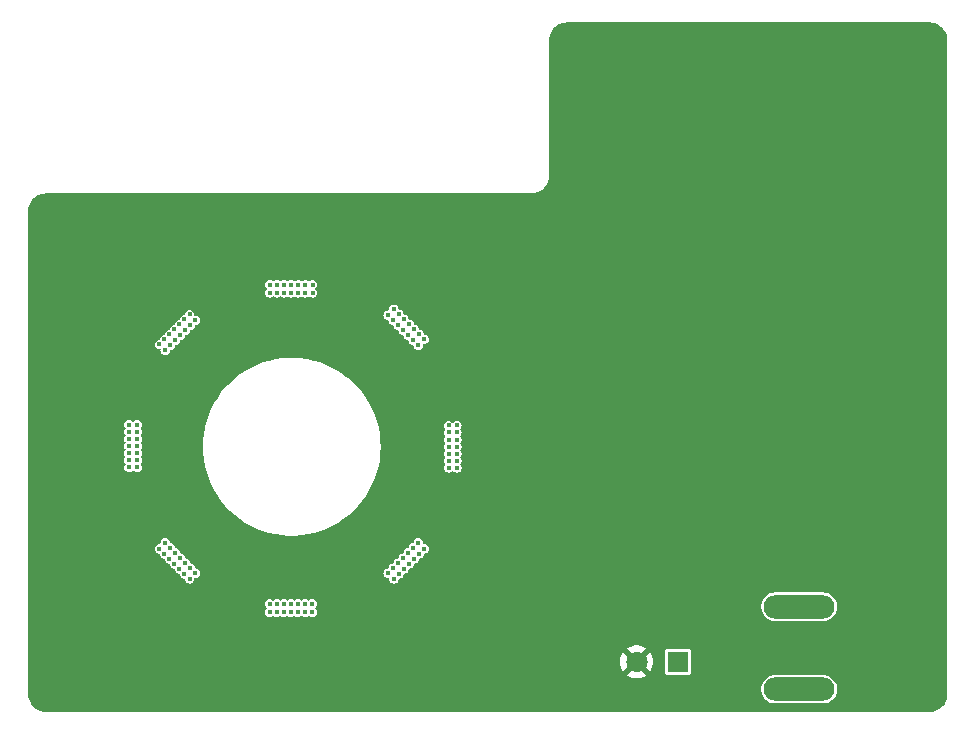
<source format=gbl>
G04 #@! TF.GenerationSoftware,KiCad,Pcbnew,7.0.10*
G04 #@! TF.CreationDate,2024-01-02T03:25:22-08:00*
G04 #@! TF.ProjectId,K40-LED_PCB,4b34302d-4c45-4445-9f50-43422e6b6963,rev?*
G04 #@! TF.SameCoordinates,Original*
G04 #@! TF.FileFunction,Copper,L2,Bot*
G04 #@! TF.FilePolarity,Positive*
%FSLAX46Y46*%
G04 Gerber Fmt 4.6, Leading zero omitted, Abs format (unit mm)*
G04 Created by KiCad (PCBNEW 7.0.10) date 2024-01-02 03:25:22*
%MOMM*%
%LPD*%
G01*
G04 APERTURE LIST*
G04 #@! TA.AperFunction,ComponentPad*
%ADD10O,6.000000X2.000000*%
G04 #@! TD*
G04 #@! TA.AperFunction,ComponentPad*
%ADD11C,0.400000*%
G04 #@! TD*
G04 #@! TA.AperFunction,ComponentPad*
%ADD12R,1.800000X1.800000*%
G04 #@! TD*
G04 #@! TA.AperFunction,ComponentPad*
%ADD13C,1.800000*%
G04 #@! TD*
G04 #@! TA.AperFunction,ViaPad*
%ADD14C,0.800000*%
G04 #@! TD*
G04 APERTURE END LIST*
D10*
X150495000Y-145384600D03*
X150495000Y-138384600D03*
D11*
X105651357Y-138866323D03*
X106251357Y-138866323D03*
X106851357Y-138866323D03*
X107451357Y-138866323D03*
X108051357Y-138866323D03*
X108651357Y-138866323D03*
X109251357Y-138866323D03*
X105651357Y-138166823D03*
X106251357Y-138166823D03*
X106851357Y-138166823D03*
X107451357Y-138166823D03*
X108051357Y-138166823D03*
X108651357Y-138166823D03*
X109251357Y-138166823D03*
X98869437Y-113646652D03*
X98445173Y-114070917D03*
X98020909Y-114495181D03*
X97596645Y-114919445D03*
X97172381Y-115343709D03*
X96748117Y-115767973D03*
X96323853Y-116192237D03*
X99364058Y-114141274D03*
X98939794Y-114565538D03*
X98515530Y-114989802D03*
X98091266Y-115414066D03*
X97667002Y-115838330D03*
X97242738Y-116262594D03*
X96818474Y-116686858D03*
X93748657Y-123001084D03*
X93748657Y-123601084D03*
X93748657Y-124201084D03*
X93748657Y-124801084D03*
X93748657Y-125401084D03*
X93748657Y-126001084D03*
X93748657Y-126601084D03*
X94448157Y-123001084D03*
X94448157Y-123601084D03*
X94448157Y-124201084D03*
X94448157Y-124801084D03*
X94448157Y-125401084D03*
X94448157Y-126001084D03*
X94448157Y-126601084D03*
X121497657Y-126645957D03*
X121497657Y-126045957D03*
X121497657Y-125445957D03*
X121497657Y-124845957D03*
X121497657Y-124245957D03*
X121497657Y-123645957D03*
X121497657Y-123045957D03*
X120798157Y-126645957D03*
X120798157Y-126045957D03*
X120798157Y-125445957D03*
X120798157Y-124845957D03*
X120798157Y-124245957D03*
X120798157Y-123645957D03*
X120798157Y-123045957D03*
X118722462Y-115759594D03*
X118298197Y-115335330D03*
X117873933Y-114911066D03*
X117449669Y-114486802D03*
X117025405Y-114062538D03*
X116601141Y-113638274D03*
X116176877Y-113214010D03*
X118227840Y-116254215D03*
X117803576Y-115829951D03*
X117379312Y-115405687D03*
X116955048Y-114981423D03*
X116530784Y-114557159D03*
X116106520Y-114132895D03*
X115682256Y-113708631D03*
X96323852Y-133499677D03*
X96748117Y-133923941D03*
X97172381Y-134348205D03*
X97596645Y-134772469D03*
X98020909Y-135196733D03*
X98445173Y-135620997D03*
X98869437Y-136045261D03*
X96818474Y-133005056D03*
X97242738Y-133429320D03*
X97667002Y-133853584D03*
X98091266Y-134277848D03*
X98515530Y-134702112D03*
X98939794Y-135126376D03*
X99364058Y-135550640D03*
X116176877Y-136045262D03*
X116601141Y-135620997D03*
X117025405Y-135196733D03*
X117449669Y-134772469D03*
X117873933Y-134348205D03*
X118298197Y-133923941D03*
X118722461Y-133499677D03*
X115682256Y-135550640D03*
X116106520Y-135126376D03*
X116530784Y-134702112D03*
X116955048Y-134277848D03*
X117379312Y-133853584D03*
X117803576Y-133429320D03*
X118227840Y-133005056D03*
X109284357Y-111119657D03*
X108684357Y-111119657D03*
X108084357Y-111119657D03*
X107484357Y-111119657D03*
X106884357Y-111119657D03*
X106284357Y-111119657D03*
X105684357Y-111119657D03*
X109284357Y-111819157D03*
X108684357Y-111819157D03*
X108084357Y-111819157D03*
X107484357Y-111819157D03*
X106884357Y-111819157D03*
X106284357Y-111819157D03*
X105684357Y-111819157D03*
D12*
X140233400Y-143052800D03*
D13*
X136733400Y-143052800D03*
D14*
X135915400Y-98018600D03*
X135915400Y-95453200D03*
G04 #@! TA.AperFunction,Conductor*
G36*
X161544852Y-88925560D02*
G01*
X161755546Y-88940630D01*
X161758930Y-88941116D01*
X161964509Y-88985837D01*
X161967779Y-88986798D01*
X162164061Y-89060007D01*
X162164893Y-89060317D01*
X162168008Y-89061740D01*
X162352644Y-89162560D01*
X162355518Y-89164406D01*
X162523932Y-89290478D01*
X162526520Y-89292720D01*
X162675279Y-89441479D01*
X162677521Y-89444067D01*
X162803591Y-89612478D01*
X162805442Y-89615359D01*
X162906259Y-89799991D01*
X162907682Y-89803106D01*
X162981199Y-90000213D01*
X162982164Y-90003498D01*
X163026882Y-90209066D01*
X163027369Y-90212456D01*
X163042439Y-90423147D01*
X163042500Y-90424859D01*
X163042500Y-145795140D01*
X163042439Y-145796852D01*
X163027369Y-146007543D01*
X163026882Y-146010933D01*
X162982164Y-146216501D01*
X162981199Y-146219786D01*
X162907682Y-146416893D01*
X162906259Y-146420008D01*
X162805442Y-146604640D01*
X162803591Y-146607521D01*
X162677521Y-146775932D01*
X162675279Y-146778520D01*
X162526520Y-146927279D01*
X162523932Y-146929521D01*
X162355521Y-147055591D01*
X162352640Y-147057442D01*
X162168008Y-147158259D01*
X162164893Y-147159682D01*
X161967786Y-147233199D01*
X161964501Y-147234164D01*
X161758933Y-147278882D01*
X161755543Y-147279369D01*
X161544853Y-147294439D01*
X161543141Y-147294500D01*
X86691059Y-147294500D01*
X86689347Y-147294439D01*
X86478656Y-147279369D01*
X86475266Y-147278882D01*
X86269698Y-147234164D01*
X86266413Y-147233199D01*
X86069306Y-147159682D01*
X86066191Y-147158259D01*
X85881559Y-147057442D01*
X85878678Y-147055591D01*
X85710267Y-146929521D01*
X85707679Y-146927279D01*
X85558920Y-146778520D01*
X85556678Y-146775932D01*
X85430608Y-146607521D01*
X85428757Y-146604640D01*
X85418087Y-146585100D01*
X85327940Y-146420008D01*
X85326517Y-146416893D01*
X85326207Y-146416061D01*
X85252998Y-146219779D01*
X85252037Y-146216509D01*
X85207316Y-146010930D01*
X85206830Y-146007543D01*
X85191761Y-145796852D01*
X85191700Y-145795140D01*
X85191700Y-145495843D01*
X147294500Y-145495843D01*
X147335382Y-145714540D01*
X147415751Y-145921998D01*
X147415752Y-145921999D01*
X147532875Y-146111161D01*
X147682763Y-146275580D01*
X147682768Y-146275585D01*
X147860306Y-146409655D01*
X147860309Y-146409656D01*
X147860311Y-146409658D01*
X148059472Y-146508829D01*
X148273464Y-146569715D01*
X148439497Y-146585100D01*
X148439504Y-146585100D01*
X152550496Y-146585100D01*
X152550503Y-146585100D01*
X152716536Y-146569715D01*
X152930528Y-146508829D01*
X153129689Y-146409658D01*
X153307236Y-146275581D01*
X153457124Y-146111162D01*
X153574247Y-145922001D01*
X153654618Y-145714540D01*
X153695500Y-145495843D01*
X153695500Y-145273357D01*
X153654618Y-145054660D01*
X153574247Y-144847199D01*
X153457124Y-144658038D01*
X153307236Y-144493619D01*
X153307231Y-144493614D01*
X153129693Y-144359544D01*
X153129689Y-144359542D01*
X152930528Y-144260371D01*
X152716536Y-144199485D01*
X152550506Y-144184100D01*
X152550503Y-144184100D01*
X148439497Y-144184100D01*
X148439493Y-144184100D01*
X148273463Y-144199485D01*
X148059472Y-144260371D01*
X147860306Y-144359544D01*
X147682768Y-144493614D01*
X147682763Y-144493619D01*
X147532875Y-144658038D01*
X147415752Y-144847200D01*
X147415751Y-144847201D01*
X147335382Y-145054659D01*
X147294500Y-145273356D01*
X147294500Y-145495843D01*
X85191700Y-145495843D01*
X85191700Y-143052800D01*
X135328602Y-143052800D01*
X135347761Y-143284017D01*
X135404717Y-143508935D01*
X135497918Y-143721411D01*
X135582211Y-143850432D01*
X136170625Y-143262017D01*
X136209301Y-143355388D01*
X136305475Y-143480725D01*
X136430812Y-143576899D01*
X136524179Y-143615572D01*
X135934601Y-144205151D01*
X135934601Y-144205152D01*
X135965046Y-144228849D01*
X135965048Y-144228850D01*
X136169090Y-144339273D01*
X136169095Y-144339275D01*
X136388540Y-144414611D01*
X136617395Y-144452800D01*
X136849405Y-144452800D01*
X137078259Y-144414611D01*
X137297704Y-144339275D01*
X137297709Y-144339273D01*
X137501749Y-144228852D01*
X137532197Y-144205151D01*
X137299598Y-143972552D01*
X139132900Y-143972552D01*
X139144532Y-144031029D01*
X139144532Y-144031030D01*
X139144533Y-144031031D01*
X139188848Y-144097352D01*
X139255169Y-144141667D01*
X139313652Y-144153300D01*
X139313656Y-144153300D01*
X141153144Y-144153300D01*
X141153148Y-144153300D01*
X141211631Y-144141667D01*
X141277952Y-144097352D01*
X141322267Y-144031031D01*
X141333900Y-143972548D01*
X141333900Y-142133052D01*
X141322267Y-142074569D01*
X141277952Y-142008248D01*
X141211631Y-141963933D01*
X141211630Y-141963932D01*
X141211629Y-141963932D01*
X141153152Y-141952300D01*
X141153148Y-141952300D01*
X139313652Y-141952300D01*
X139313647Y-141952300D01*
X139255170Y-141963932D01*
X139188850Y-142008246D01*
X139188846Y-142008250D01*
X139144532Y-142074570D01*
X139132900Y-142133047D01*
X139132900Y-143972552D01*
X137299598Y-143972552D01*
X136942619Y-143615573D01*
X137035988Y-143576899D01*
X137161325Y-143480725D01*
X137257499Y-143355389D01*
X137296173Y-143262018D01*
X137884587Y-143850432D01*
X137968882Y-143721411D01*
X138062082Y-143508935D01*
X138119038Y-143284017D01*
X138138198Y-143052800D01*
X138138198Y-143052799D01*
X138119038Y-142821582D01*
X138062082Y-142596664D01*
X137968881Y-142384188D01*
X137884587Y-142255166D01*
X137296173Y-142843579D01*
X137257499Y-142750212D01*
X137161325Y-142624875D01*
X137035988Y-142528701D01*
X136942617Y-142490025D01*
X137532197Y-141900446D01*
X137501753Y-141876750D01*
X137501751Y-141876749D01*
X137297709Y-141766326D01*
X137297704Y-141766324D01*
X137078259Y-141690988D01*
X136849405Y-141652800D01*
X136617395Y-141652800D01*
X136388540Y-141690988D01*
X136169095Y-141766324D01*
X136169090Y-141766326D01*
X135965051Y-141876747D01*
X135934601Y-141900446D01*
X136524181Y-142490026D01*
X136430812Y-142528701D01*
X136305475Y-142624875D01*
X136209301Y-142750211D01*
X136170626Y-142843581D01*
X135582211Y-142255166D01*
X135497918Y-142384188D01*
X135404717Y-142596664D01*
X135347761Y-142821582D01*
X135328602Y-143052799D01*
X135328602Y-143052800D01*
X85191700Y-143052800D01*
X85191700Y-138866323D01*
X105245865Y-138866323D01*
X105265711Y-138991629D01*
X105323304Y-139104661D01*
X105323305Y-139104662D01*
X105323307Y-139104665D01*
X105413015Y-139194373D01*
X105413017Y-139194374D01*
X105413018Y-139194375D01*
X105526050Y-139251968D01*
X105526051Y-139251968D01*
X105526053Y-139251969D01*
X105651357Y-139271815D01*
X105776661Y-139251969D01*
X105889699Y-139194373D01*
X105934387Y-139149684D01*
X105951357Y-139142656D01*
X105968326Y-139149684D01*
X106013015Y-139194373D01*
X106013017Y-139194374D01*
X106013018Y-139194375D01*
X106126050Y-139251968D01*
X106126051Y-139251968D01*
X106126053Y-139251969D01*
X106251357Y-139271815D01*
X106376661Y-139251969D01*
X106489699Y-139194373D01*
X106534387Y-139149684D01*
X106551357Y-139142656D01*
X106568326Y-139149684D01*
X106613015Y-139194373D01*
X106613017Y-139194374D01*
X106613018Y-139194375D01*
X106726050Y-139251968D01*
X106726051Y-139251968D01*
X106726053Y-139251969D01*
X106851357Y-139271815D01*
X106976661Y-139251969D01*
X107089699Y-139194373D01*
X107134387Y-139149684D01*
X107151357Y-139142656D01*
X107168326Y-139149684D01*
X107213015Y-139194373D01*
X107213017Y-139194374D01*
X107213018Y-139194375D01*
X107326050Y-139251968D01*
X107326051Y-139251968D01*
X107326053Y-139251969D01*
X107451357Y-139271815D01*
X107576661Y-139251969D01*
X107689699Y-139194373D01*
X107734387Y-139149684D01*
X107751357Y-139142656D01*
X107768326Y-139149684D01*
X107813015Y-139194373D01*
X107813017Y-139194374D01*
X107813018Y-139194375D01*
X107926050Y-139251968D01*
X107926051Y-139251968D01*
X107926053Y-139251969D01*
X108051357Y-139271815D01*
X108176661Y-139251969D01*
X108289699Y-139194373D01*
X108334387Y-139149684D01*
X108351357Y-139142656D01*
X108368326Y-139149684D01*
X108413015Y-139194373D01*
X108413017Y-139194374D01*
X108413018Y-139194375D01*
X108526050Y-139251968D01*
X108526051Y-139251968D01*
X108526053Y-139251969D01*
X108651357Y-139271815D01*
X108776661Y-139251969D01*
X108889699Y-139194373D01*
X108934387Y-139149684D01*
X108951357Y-139142656D01*
X108968326Y-139149684D01*
X109013015Y-139194373D01*
X109013017Y-139194374D01*
X109013018Y-139194375D01*
X109126050Y-139251968D01*
X109126051Y-139251968D01*
X109126053Y-139251969D01*
X109251357Y-139271815D01*
X109376661Y-139251969D01*
X109489699Y-139194373D01*
X109579407Y-139104665D01*
X109637003Y-138991627D01*
X109656849Y-138866323D01*
X109637003Y-138741019D01*
X109637002Y-138741017D01*
X109637002Y-138741016D01*
X109579409Y-138627984D01*
X109579408Y-138627983D01*
X109579407Y-138627981D01*
X109489699Y-138538273D01*
X109489081Y-138537958D01*
X109488778Y-138537603D01*
X109488168Y-138537160D01*
X109488274Y-138537013D01*
X109477151Y-138523993D01*
X109478589Y-138505680D01*
X109488216Y-138496052D01*
X109488168Y-138495986D01*
X109488364Y-138495843D01*
X147294500Y-138495843D01*
X147335382Y-138714540D01*
X147415751Y-138921998D01*
X147415752Y-138921999D01*
X147532875Y-139111161D01*
X147682763Y-139275580D01*
X147682768Y-139275585D01*
X147860306Y-139409655D01*
X147860309Y-139409656D01*
X147860311Y-139409658D01*
X148059472Y-139508829D01*
X148273464Y-139569715D01*
X148439497Y-139585100D01*
X148439504Y-139585100D01*
X152550496Y-139585100D01*
X152550503Y-139585100D01*
X152716536Y-139569715D01*
X152930528Y-139508829D01*
X153129689Y-139409658D01*
X153307236Y-139275581D01*
X153457124Y-139111162D01*
X153574247Y-138922001D01*
X153654618Y-138714540D01*
X153695500Y-138495843D01*
X153695500Y-138273357D01*
X153654618Y-138054660D01*
X153574247Y-137847199D01*
X153457124Y-137658038D01*
X153307236Y-137493619D01*
X153307231Y-137493614D01*
X153129693Y-137359544D01*
X153129689Y-137359542D01*
X152930528Y-137260371D01*
X152716536Y-137199485D01*
X152550506Y-137184100D01*
X152550503Y-137184100D01*
X148439497Y-137184100D01*
X148439493Y-137184100D01*
X148273463Y-137199485D01*
X148059472Y-137260371D01*
X147860306Y-137359544D01*
X147682768Y-137493614D01*
X147682763Y-137493619D01*
X147532875Y-137658038D01*
X147415752Y-137847200D01*
X147415751Y-137847201D01*
X147335382Y-138054659D01*
X147294500Y-138273356D01*
X147294500Y-138495843D01*
X109488364Y-138495843D01*
X109488588Y-138495680D01*
X109489081Y-138495187D01*
X109489699Y-138494873D01*
X109579407Y-138405165D01*
X109637003Y-138292127D01*
X109656849Y-138166823D01*
X109637003Y-138041519D01*
X109637002Y-138041517D01*
X109637002Y-138041516D01*
X109579409Y-137928484D01*
X109579408Y-137928483D01*
X109579407Y-137928481D01*
X109489699Y-137838773D01*
X109489696Y-137838771D01*
X109489695Y-137838770D01*
X109376663Y-137781177D01*
X109251357Y-137761331D01*
X109126050Y-137781177D01*
X109013016Y-137838771D01*
X108968327Y-137883460D01*
X108951357Y-137890489D01*
X108934387Y-137883460D01*
X108889697Y-137838771D01*
X108889698Y-137838771D01*
X108776663Y-137781177D01*
X108651357Y-137761331D01*
X108526050Y-137781177D01*
X108413016Y-137838771D01*
X108368327Y-137883460D01*
X108351357Y-137890489D01*
X108334387Y-137883460D01*
X108289697Y-137838771D01*
X108289698Y-137838771D01*
X108176663Y-137781177D01*
X108051357Y-137761331D01*
X107926050Y-137781177D01*
X107813016Y-137838771D01*
X107768327Y-137883460D01*
X107751357Y-137890489D01*
X107734387Y-137883460D01*
X107689697Y-137838771D01*
X107689698Y-137838771D01*
X107576663Y-137781177D01*
X107451357Y-137761331D01*
X107326050Y-137781177D01*
X107213016Y-137838771D01*
X107168327Y-137883460D01*
X107151357Y-137890489D01*
X107134387Y-137883460D01*
X107089697Y-137838771D01*
X107089698Y-137838771D01*
X106976663Y-137781177D01*
X106851357Y-137761331D01*
X106726050Y-137781177D01*
X106613016Y-137838771D01*
X106568327Y-137883460D01*
X106551357Y-137890489D01*
X106534387Y-137883460D01*
X106489697Y-137838771D01*
X106489698Y-137838771D01*
X106376663Y-137781177D01*
X106251357Y-137761331D01*
X106126050Y-137781177D01*
X106013016Y-137838771D01*
X105968327Y-137883460D01*
X105951357Y-137890489D01*
X105934387Y-137883460D01*
X105889697Y-137838771D01*
X105889698Y-137838771D01*
X105776663Y-137781177D01*
X105651357Y-137761331D01*
X105526050Y-137781177D01*
X105413018Y-137838770D01*
X105323304Y-137928484D01*
X105265711Y-138041516D01*
X105245865Y-138166823D01*
X105265711Y-138292129D01*
X105323304Y-138405161D01*
X105323305Y-138405162D01*
X105323307Y-138405165D01*
X105413015Y-138494873D01*
X105413017Y-138494874D01*
X105413018Y-138494875D01*
X105413634Y-138495189D01*
X105413936Y-138495542D01*
X105414546Y-138495986D01*
X105414439Y-138496132D01*
X105425564Y-138509157D01*
X105424122Y-138527469D01*
X105414497Y-138537093D01*
X105414546Y-138537160D01*
X105414125Y-138537465D01*
X105413634Y-138537957D01*
X105413018Y-138538270D01*
X105323304Y-138627984D01*
X105265711Y-138741016D01*
X105245865Y-138866323D01*
X85191700Y-138866323D01*
X85191700Y-133499677D01*
X95918360Y-133499677D01*
X95938206Y-133624983D01*
X95995799Y-133738015D01*
X95995800Y-133738016D01*
X95995802Y-133738019D01*
X96085510Y-133827727D01*
X96085512Y-133827728D01*
X96085513Y-133827729D01*
X96198545Y-133885322D01*
X96198546Y-133885322D01*
X96198548Y-133885323D01*
X96322837Y-133905008D01*
X96338497Y-133914605D01*
X96342786Y-133924958D01*
X96362471Y-134049247D01*
X96420064Y-134162279D01*
X96420065Y-134162280D01*
X96420067Y-134162283D01*
X96509775Y-134251991D01*
X96509777Y-134251992D01*
X96509778Y-134251993D01*
X96622810Y-134309586D01*
X96622811Y-134309586D01*
X96622813Y-134309587D01*
X96747100Y-134329272D01*
X96762761Y-134338869D01*
X96767050Y-134349222D01*
X96786735Y-134473511D01*
X96844328Y-134586543D01*
X96844329Y-134586544D01*
X96844331Y-134586547D01*
X96934039Y-134676255D01*
X96934041Y-134676256D01*
X96934042Y-134676257D01*
X97047074Y-134733850D01*
X97047075Y-134733850D01*
X97047077Y-134733851D01*
X97171364Y-134753536D01*
X97187025Y-134763133D01*
X97191314Y-134773486D01*
X97210999Y-134897775D01*
X97268592Y-135010807D01*
X97268593Y-135010808D01*
X97268595Y-135010811D01*
X97358303Y-135100519D01*
X97358305Y-135100520D01*
X97358306Y-135100521D01*
X97471338Y-135158114D01*
X97471339Y-135158114D01*
X97471341Y-135158115D01*
X97595628Y-135177800D01*
X97611289Y-135187397D01*
X97615578Y-135197750D01*
X97635263Y-135322039D01*
X97692856Y-135435071D01*
X97692857Y-135435072D01*
X97692859Y-135435075D01*
X97782567Y-135524783D01*
X97782569Y-135524784D01*
X97782570Y-135524785D01*
X97895602Y-135582378D01*
X97895603Y-135582378D01*
X97895605Y-135582379D01*
X98019892Y-135602064D01*
X98035553Y-135611661D01*
X98039842Y-135622014D01*
X98059527Y-135746303D01*
X98117120Y-135859335D01*
X98117121Y-135859336D01*
X98117123Y-135859339D01*
X98206831Y-135949047D01*
X98206833Y-135949048D01*
X98206834Y-135949049D01*
X98319866Y-136006642D01*
X98319867Y-136006642D01*
X98319869Y-136006643D01*
X98444156Y-136026328D01*
X98459817Y-136035925D01*
X98464106Y-136046278D01*
X98483791Y-136170567D01*
X98541384Y-136283599D01*
X98541385Y-136283600D01*
X98541387Y-136283603D01*
X98631095Y-136373311D01*
X98631097Y-136373312D01*
X98631098Y-136373313D01*
X98744130Y-136430906D01*
X98744131Y-136430906D01*
X98744133Y-136430907D01*
X98869437Y-136450753D01*
X98994741Y-136430907D01*
X99107779Y-136373311D01*
X99197487Y-136283603D01*
X99255083Y-136170565D01*
X99274929Y-136045261D01*
X99273450Y-136035925D01*
X99268812Y-136006642D01*
X99263322Y-135971982D01*
X99267609Y-135954123D01*
X99283271Y-135944525D01*
X99290777Y-135944525D01*
X99332818Y-135951183D01*
X99364055Y-135956132D01*
X99364056Y-135956132D01*
X99364057Y-135956131D01*
X99364058Y-135956132D01*
X99489362Y-135936286D01*
X99602400Y-135878690D01*
X99692108Y-135788982D01*
X99749704Y-135675944D01*
X99769550Y-135550640D01*
X115276764Y-135550640D01*
X115296610Y-135675946D01*
X115354203Y-135788978D01*
X115354204Y-135788979D01*
X115354206Y-135788982D01*
X115443914Y-135878690D01*
X115443916Y-135878691D01*
X115443917Y-135878692D01*
X115556949Y-135936285D01*
X115556950Y-135936285D01*
X115556952Y-135936286D01*
X115682256Y-135956132D01*
X115682256Y-135956131D01*
X115682258Y-135956132D01*
X115682259Y-135956132D01*
X115755530Y-135944526D01*
X115773392Y-135948813D01*
X115782989Y-135964475D01*
X115782990Y-135971984D01*
X115771385Y-136045261D01*
X115791231Y-136170568D01*
X115848824Y-136283600D01*
X115848825Y-136283601D01*
X115848827Y-136283604D01*
X115938535Y-136373312D01*
X115938537Y-136373313D01*
X115938538Y-136373314D01*
X116051570Y-136430907D01*
X116051571Y-136430907D01*
X116051573Y-136430908D01*
X116176877Y-136450754D01*
X116302181Y-136430908D01*
X116415219Y-136373312D01*
X116504927Y-136283604D01*
X116562523Y-136170566D01*
X116582208Y-136046275D01*
X116591805Y-136030616D01*
X116602154Y-136026328D01*
X116726445Y-136006643D01*
X116839483Y-135949047D01*
X116929191Y-135859339D01*
X116986787Y-135746301D01*
X117006472Y-135622011D01*
X117016069Y-135606352D01*
X117026418Y-135602064D01*
X117150709Y-135582379D01*
X117263747Y-135524783D01*
X117353455Y-135435075D01*
X117411051Y-135322037D01*
X117430736Y-135197747D01*
X117440333Y-135182088D01*
X117450682Y-135177800D01*
X117574973Y-135158115D01*
X117688011Y-135100519D01*
X117777719Y-135010811D01*
X117835315Y-134897773D01*
X117855000Y-134773483D01*
X117864597Y-134757824D01*
X117874946Y-134753536D01*
X117999237Y-134733851D01*
X118112275Y-134676255D01*
X118201983Y-134586547D01*
X118259579Y-134473509D01*
X118279264Y-134349219D01*
X118288861Y-134333560D01*
X118299210Y-134329272D01*
X118423501Y-134309587D01*
X118536539Y-134251991D01*
X118626247Y-134162283D01*
X118683843Y-134049245D01*
X118703528Y-133924955D01*
X118713125Y-133909296D01*
X118723474Y-133905008D01*
X118847765Y-133885323D01*
X118960803Y-133827727D01*
X119050511Y-133738019D01*
X119108107Y-133624981D01*
X119127953Y-133499677D01*
X119108107Y-133374373D01*
X119108106Y-133374371D01*
X119108106Y-133374370D01*
X119050513Y-133261338D01*
X119050512Y-133261337D01*
X119050511Y-133261335D01*
X118960803Y-133171627D01*
X118960800Y-133171625D01*
X118960799Y-133171624D01*
X118847767Y-133114031D01*
X118764229Y-133100800D01*
X118722461Y-133094185D01*
X118722460Y-133094185D01*
X118649184Y-133105790D01*
X118631323Y-133101501D01*
X118621725Y-133085839D01*
X118621726Y-133078330D01*
X118633332Y-133005058D01*
X118633171Y-133004039D01*
X118613486Y-132879752D01*
X118613485Y-132879750D01*
X118613485Y-132879749D01*
X118555892Y-132766717D01*
X118555891Y-132766716D01*
X118555890Y-132766714D01*
X118466182Y-132677006D01*
X118466179Y-132677004D01*
X118466178Y-132677003D01*
X118353146Y-132619410D01*
X118227840Y-132599564D01*
X118102533Y-132619410D01*
X117989501Y-132677003D01*
X117899787Y-132766717D01*
X117842195Y-132879748D01*
X117822509Y-133004039D01*
X117812911Y-133019700D01*
X117802558Y-133023989D01*
X117678272Y-133043674D01*
X117678270Y-133043674D01*
X117678268Y-133043675D01*
X117565237Y-133101267D01*
X117475523Y-133190981D01*
X117417931Y-133304012D01*
X117398245Y-133428303D01*
X117388647Y-133443964D01*
X117378294Y-133448253D01*
X117254008Y-133467938D01*
X117254006Y-133467938D01*
X117254004Y-133467939D01*
X117140973Y-133525531D01*
X117051259Y-133615245D01*
X116993667Y-133728276D01*
X116973981Y-133852567D01*
X116964383Y-133868228D01*
X116954030Y-133872517D01*
X116829744Y-133892202D01*
X116829742Y-133892202D01*
X116829740Y-133892203D01*
X116716709Y-133949795D01*
X116626995Y-134039509D01*
X116569403Y-134152540D01*
X116549717Y-134276831D01*
X116540119Y-134292492D01*
X116529766Y-134296781D01*
X116405480Y-134316466D01*
X116405478Y-134316466D01*
X116405476Y-134316467D01*
X116292445Y-134374059D01*
X116202731Y-134463773D01*
X116145139Y-134576804D01*
X116125453Y-134701095D01*
X116115855Y-134716756D01*
X116105502Y-134721045D01*
X115981216Y-134740730D01*
X115981214Y-134740730D01*
X115981212Y-134740731D01*
X115868181Y-134798323D01*
X115778467Y-134888037D01*
X115720875Y-135001068D01*
X115701189Y-135125359D01*
X115691591Y-135141020D01*
X115681238Y-135145309D01*
X115556952Y-135164994D01*
X115556950Y-135164994D01*
X115556948Y-135164995D01*
X115443917Y-135222587D01*
X115354203Y-135312301D01*
X115296610Y-135425333D01*
X115276764Y-135550640D01*
X99769550Y-135550640D01*
X99749704Y-135425336D01*
X99749703Y-135425334D01*
X99749703Y-135425333D01*
X99692110Y-135312301D01*
X99692109Y-135312300D01*
X99692108Y-135312298D01*
X99602400Y-135222590D01*
X99602397Y-135222588D01*
X99602396Y-135222587D01*
X99489364Y-135164994D01*
X99365075Y-135145309D01*
X99349413Y-135135711D01*
X99345125Y-135125360D01*
X99325440Y-135001072D01*
X99325439Y-135001070D01*
X99325439Y-135001069D01*
X99267846Y-134888037D01*
X99267845Y-134888036D01*
X99267844Y-134888034D01*
X99178136Y-134798326D01*
X99178133Y-134798324D01*
X99178132Y-134798323D01*
X99065100Y-134740730D01*
X98940811Y-134721045D01*
X98925149Y-134711447D01*
X98920861Y-134701096D01*
X98901176Y-134576808D01*
X98901175Y-134576806D01*
X98901175Y-134576805D01*
X98843582Y-134463773D01*
X98843581Y-134463772D01*
X98843580Y-134463770D01*
X98753872Y-134374062D01*
X98753869Y-134374060D01*
X98753868Y-134374059D01*
X98640836Y-134316466D01*
X98516547Y-134296781D01*
X98500885Y-134287183D01*
X98496597Y-134276832D01*
X98476912Y-134152544D01*
X98476911Y-134152542D01*
X98476911Y-134152541D01*
X98419318Y-134039509D01*
X98419317Y-134039508D01*
X98419316Y-134039506D01*
X98329608Y-133949798D01*
X98329605Y-133949796D01*
X98329604Y-133949795D01*
X98216572Y-133892202D01*
X98092283Y-133872517D01*
X98076621Y-133862919D01*
X98072333Y-133852568D01*
X98052648Y-133728280D01*
X98052647Y-133728278D01*
X98052647Y-133728277D01*
X97995054Y-133615245D01*
X97995053Y-133615244D01*
X97995052Y-133615242D01*
X97905344Y-133525534D01*
X97905341Y-133525532D01*
X97905340Y-133525531D01*
X97792308Y-133467938D01*
X97668019Y-133448253D01*
X97652357Y-133438655D01*
X97648069Y-133428304D01*
X97628384Y-133304016D01*
X97628383Y-133304014D01*
X97628383Y-133304013D01*
X97570790Y-133190981D01*
X97570789Y-133190980D01*
X97570788Y-133190978D01*
X97481080Y-133101270D01*
X97481077Y-133101268D01*
X97481076Y-133101267D01*
X97368044Y-133043674D01*
X97243755Y-133023989D01*
X97228093Y-133014391D01*
X97223805Y-133004040D01*
X97204120Y-132879752D01*
X97204119Y-132879750D01*
X97204119Y-132879749D01*
X97146526Y-132766717D01*
X97146525Y-132766716D01*
X97146524Y-132766714D01*
X97056816Y-132677006D01*
X97056813Y-132677004D01*
X97056812Y-132677003D01*
X96943780Y-132619410D01*
X96818474Y-132599564D01*
X96693167Y-132619410D01*
X96580135Y-132677003D01*
X96490421Y-132766717D01*
X96432828Y-132879749D01*
X96412982Y-133005056D01*
X96424587Y-133078331D01*
X96420298Y-133096192D01*
X96404636Y-133105790D01*
X96397128Y-133105790D01*
X96323852Y-133094185D01*
X96198545Y-133114031D01*
X96085513Y-133171624D01*
X95995799Y-133261338D01*
X95938206Y-133374370D01*
X95918360Y-133499677D01*
X85191700Y-133499677D01*
X85191700Y-126601084D01*
X93343165Y-126601084D01*
X93363011Y-126726390D01*
X93420604Y-126839422D01*
X93420605Y-126839423D01*
X93420607Y-126839426D01*
X93510315Y-126929134D01*
X93510317Y-126929135D01*
X93510318Y-126929136D01*
X93623350Y-126986729D01*
X93623351Y-126986729D01*
X93623353Y-126986730D01*
X93748657Y-127006576D01*
X93873961Y-126986730D01*
X93986999Y-126929134D01*
X94076707Y-126839426D01*
X94077021Y-126838808D01*
X94077376Y-126838505D01*
X94077820Y-126837895D01*
X94077966Y-126838001D01*
X94090987Y-126826878D01*
X94109300Y-126828316D01*
X94118927Y-126837943D01*
X94118994Y-126837895D01*
X94119299Y-126838315D01*
X94119792Y-126838808D01*
X94120107Y-126839426D01*
X94209815Y-126929134D01*
X94209817Y-126929135D01*
X94209818Y-126929136D01*
X94322850Y-126986729D01*
X94322851Y-126986729D01*
X94322853Y-126986730D01*
X94448157Y-127006576D01*
X94573461Y-126986730D01*
X94686499Y-126929134D01*
X94776207Y-126839426D01*
X94833803Y-126726388D01*
X94853649Y-126601084D01*
X94833803Y-126475780D01*
X94833802Y-126475778D01*
X94833802Y-126475777D01*
X94776209Y-126362745D01*
X94776208Y-126362744D01*
X94776207Y-126362742D01*
X94731518Y-126318053D01*
X94724490Y-126301084D01*
X94731518Y-126284114D01*
X94776207Y-126239426D01*
X94833803Y-126126388D01*
X94853649Y-126001084D01*
X94833803Y-125875780D01*
X94833802Y-125875778D01*
X94833802Y-125875777D01*
X94776209Y-125762745D01*
X94776208Y-125762744D01*
X94776207Y-125762742D01*
X94731518Y-125718053D01*
X94724490Y-125701084D01*
X94731518Y-125684114D01*
X94776207Y-125639426D01*
X94833803Y-125526388D01*
X94853649Y-125401084D01*
X94833803Y-125275780D01*
X94833802Y-125275778D01*
X94833802Y-125275777D01*
X94776209Y-125162745D01*
X94776208Y-125162744D01*
X94776207Y-125162742D01*
X94731518Y-125118053D01*
X94724490Y-125101084D01*
X94731518Y-125084114D01*
X94776207Y-125039426D01*
X94833803Y-124926388D01*
X94846542Y-124845957D01*
X99992633Y-124845957D01*
X100012721Y-125395647D01*
X100012722Y-125395652D01*
X100070488Y-125920650D01*
X100072883Y-125942410D01*
X100172794Y-126483320D01*
X100203582Y-126601084D01*
X100311920Y-127015485D01*
X100489526Y-127536093D01*
X100489532Y-127536109D01*
X100704657Y-128042339D01*
X100704658Y-128042341D01*
X100956158Y-128531512D01*
X100956173Y-128531539D01*
X101242711Y-129001050D01*
X101242715Y-129001056D01*
X101242716Y-129001057D01*
X101562774Y-129448415D01*
X101914632Y-129871217D01*
X102296415Y-130267207D01*
X102706084Y-130634273D01*
X103082447Y-130924891D01*
X103141454Y-130970455D01*
X103141455Y-130970456D01*
X103600193Y-131273954D01*
X103600210Y-131273964D01*
X104079877Y-131543166D01*
X104079880Y-131543167D01*
X104079883Y-131543169D01*
X104577934Y-131776646D01*
X105091698Y-131973144D01*
X105091702Y-131973145D01*
X105091710Y-131973148D01*
X105618409Y-132131609D01*
X105618421Y-132131612D01*
X105618427Y-132131613D01*
X105618436Y-132131616D01*
X106155336Y-132251216D01*
X106699534Y-132331305D01*
X107248127Y-132371457D01*
X107798187Y-132371457D01*
X108346780Y-132331305D01*
X108890978Y-132251216D01*
X109427878Y-132131616D01*
X109427889Y-132131612D01*
X109427892Y-132131612D01*
X109427904Y-132131609D01*
X109954603Y-131973148D01*
X109954604Y-131973147D01*
X109954616Y-131973144D01*
X110468380Y-131776646D01*
X110966431Y-131543169D01*
X111446111Y-131273960D01*
X111904860Y-130970455D01*
X112340230Y-130634273D01*
X112749899Y-130267207D01*
X113131682Y-129871217D01*
X113483540Y-129448415D01*
X113803598Y-129001057D01*
X114090146Y-128531530D01*
X114341657Y-128042338D01*
X114556788Y-127536093D01*
X114734391Y-127015494D01*
X114831001Y-126645957D01*
X120392665Y-126645957D01*
X120412511Y-126771263D01*
X120470104Y-126884295D01*
X120470105Y-126884296D01*
X120470107Y-126884299D01*
X120559815Y-126974007D01*
X120559817Y-126974008D01*
X120559818Y-126974009D01*
X120672850Y-127031602D01*
X120672851Y-127031602D01*
X120672853Y-127031603D01*
X120798157Y-127051449D01*
X120923461Y-127031603D01*
X121036499Y-126974007D01*
X121126207Y-126884299D01*
X121126521Y-126883681D01*
X121126876Y-126883378D01*
X121127320Y-126882768D01*
X121127466Y-126882874D01*
X121140487Y-126871751D01*
X121158800Y-126873189D01*
X121168427Y-126882816D01*
X121168494Y-126882768D01*
X121168799Y-126883188D01*
X121169292Y-126883681D01*
X121169607Y-126884299D01*
X121259315Y-126974007D01*
X121259317Y-126974008D01*
X121259318Y-126974009D01*
X121372350Y-127031602D01*
X121372351Y-127031602D01*
X121372353Y-127031603D01*
X121497657Y-127051449D01*
X121622961Y-127031603D01*
X121735999Y-126974007D01*
X121825707Y-126884299D01*
X121883303Y-126771261D01*
X121903149Y-126645957D01*
X121883303Y-126520653D01*
X121883302Y-126520651D01*
X121883302Y-126520650D01*
X121825709Y-126407618D01*
X121825708Y-126407617D01*
X121825707Y-126407615D01*
X121781018Y-126362926D01*
X121773990Y-126345957D01*
X121781018Y-126328987D01*
X121825707Y-126284299D01*
X121883303Y-126171261D01*
X121903149Y-126045957D01*
X121883303Y-125920653D01*
X121883302Y-125920651D01*
X121883302Y-125920650D01*
X121825709Y-125807618D01*
X121825708Y-125807617D01*
X121825707Y-125807615D01*
X121781018Y-125762926D01*
X121773990Y-125745957D01*
X121781018Y-125728987D01*
X121825707Y-125684299D01*
X121883303Y-125571261D01*
X121903149Y-125445957D01*
X121883303Y-125320653D01*
X121883302Y-125320651D01*
X121883302Y-125320650D01*
X121825709Y-125207618D01*
X121825708Y-125207617D01*
X121825707Y-125207615D01*
X121781018Y-125162926D01*
X121773990Y-125145957D01*
X121781018Y-125128987D01*
X121825707Y-125084299D01*
X121883303Y-124971261D01*
X121903149Y-124845957D01*
X121883303Y-124720653D01*
X121883302Y-124720651D01*
X121883302Y-124720650D01*
X121825709Y-124607618D01*
X121825708Y-124607617D01*
X121825707Y-124607615D01*
X121781018Y-124562926D01*
X121773990Y-124545957D01*
X121781018Y-124528987D01*
X121825707Y-124484299D01*
X121883303Y-124371261D01*
X121903149Y-124245957D01*
X121883303Y-124120653D01*
X121883302Y-124120651D01*
X121883302Y-124120650D01*
X121825709Y-124007618D01*
X121825708Y-124007617D01*
X121825707Y-124007615D01*
X121781018Y-123962926D01*
X121773990Y-123945957D01*
X121781018Y-123928987D01*
X121825707Y-123884299D01*
X121883303Y-123771261D01*
X121903149Y-123645957D01*
X121883303Y-123520653D01*
X121883302Y-123520651D01*
X121883302Y-123520650D01*
X121825709Y-123407618D01*
X121825708Y-123407617D01*
X121825707Y-123407615D01*
X121781018Y-123362926D01*
X121773990Y-123345957D01*
X121781018Y-123328987D01*
X121825707Y-123284299D01*
X121883303Y-123171261D01*
X121903149Y-123045957D01*
X121883303Y-122920653D01*
X121883302Y-122920651D01*
X121883302Y-122920650D01*
X121825709Y-122807618D01*
X121825708Y-122807617D01*
X121825707Y-122807615D01*
X121735999Y-122717907D01*
X121735996Y-122717905D01*
X121735995Y-122717904D01*
X121622963Y-122660311D01*
X121497657Y-122640465D01*
X121372350Y-122660311D01*
X121259318Y-122717904D01*
X121169604Y-122807618D01*
X121169291Y-122808234D01*
X121168937Y-122808536D01*
X121168494Y-122809146D01*
X121168347Y-122809039D01*
X121155323Y-122820164D01*
X121137011Y-122818722D01*
X121127386Y-122809097D01*
X121127320Y-122809146D01*
X121127014Y-122808725D01*
X121126523Y-122808234D01*
X121126209Y-122807618D01*
X121126208Y-122807617D01*
X121126207Y-122807615D01*
X121036499Y-122717907D01*
X121036496Y-122717905D01*
X121036495Y-122717904D01*
X120923463Y-122660311D01*
X120798157Y-122640465D01*
X120672850Y-122660311D01*
X120559818Y-122717904D01*
X120470104Y-122807618D01*
X120412511Y-122920650D01*
X120392665Y-123045957D01*
X120412511Y-123171263D01*
X120470105Y-123284297D01*
X120514794Y-123328987D01*
X120521823Y-123345957D01*
X120514794Y-123362927D01*
X120470105Y-123407616D01*
X120412511Y-123520650D01*
X120392665Y-123645957D01*
X120412511Y-123771263D01*
X120470105Y-123884297D01*
X120514794Y-123928987D01*
X120521823Y-123945957D01*
X120514794Y-123962927D01*
X120470105Y-124007616D01*
X120412511Y-124120650D01*
X120392665Y-124245957D01*
X120412511Y-124371263D01*
X120470105Y-124484297D01*
X120514794Y-124528987D01*
X120521823Y-124545957D01*
X120514794Y-124562927D01*
X120470105Y-124607616D01*
X120412511Y-124720650D01*
X120392665Y-124845957D01*
X120412511Y-124971263D01*
X120470105Y-125084297D01*
X120514794Y-125128987D01*
X120521823Y-125145957D01*
X120514794Y-125162927D01*
X120470105Y-125207616D01*
X120412511Y-125320650D01*
X120392665Y-125445957D01*
X120412511Y-125571263D01*
X120470105Y-125684297D01*
X120514794Y-125728987D01*
X120521823Y-125745957D01*
X120514794Y-125762927D01*
X120470105Y-125807616D01*
X120412511Y-125920650D01*
X120392665Y-126045957D01*
X120412511Y-126171263D01*
X120470105Y-126284297D01*
X120514794Y-126328987D01*
X120521823Y-126345957D01*
X120514794Y-126362927D01*
X120470105Y-126407616D01*
X120412511Y-126520650D01*
X120392665Y-126645957D01*
X114831001Y-126645957D01*
X114873520Y-126483320D01*
X114973431Y-125942410D01*
X115033592Y-125395650D01*
X115053681Y-124845957D01*
X115033592Y-124296264D01*
X114973431Y-123749504D01*
X114873520Y-123208594D01*
X114734391Y-122676420D01*
X114556788Y-122155821D01*
X114341657Y-121649576D01*
X114090146Y-121160384D01*
X114090140Y-121160374D01*
X113803602Y-120690863D01*
X113803598Y-120690857D01*
X113483540Y-120243499D01*
X113131682Y-119820697D01*
X112749899Y-119424707D01*
X112340230Y-119057641D01*
X112149626Y-118910461D01*
X111904859Y-118721458D01*
X111904858Y-118721457D01*
X111446120Y-118417959D01*
X111446103Y-118417949D01*
X110966436Y-118148747D01*
X110468380Y-117915268D01*
X110468366Y-117915262D01*
X109954623Y-117718772D01*
X109954603Y-117718765D01*
X109427904Y-117560304D01*
X109427892Y-117560301D01*
X108890979Y-117440698D01*
X108890974Y-117440697D01*
X108725175Y-117416297D01*
X108346790Y-117360610D01*
X108346777Y-117360608D01*
X107798187Y-117320457D01*
X107248127Y-117320457D01*
X106699536Y-117360608D01*
X106699523Y-117360610D01*
X106155343Y-117440697D01*
X106155334Y-117440698D01*
X105618421Y-117560301D01*
X105618409Y-117560304D01*
X105091710Y-117718765D01*
X105091690Y-117718772D01*
X104577947Y-117915262D01*
X104577933Y-117915268D01*
X104079877Y-118148747D01*
X103600210Y-118417949D01*
X103600193Y-118417959D01*
X103141455Y-118721457D01*
X103141454Y-118721458D01*
X102706091Y-119057635D01*
X102706086Y-119057639D01*
X102706084Y-119057641D01*
X102296415Y-119424707D01*
X102098912Y-119629558D01*
X101914631Y-119820697D01*
X101562773Y-120243500D01*
X101242711Y-120690863D01*
X100956173Y-121160374D01*
X100956158Y-121160401D01*
X100704658Y-121649572D01*
X100704657Y-121649574D01*
X100489532Y-122155804D01*
X100489526Y-122155820D01*
X100311920Y-122676428D01*
X100172793Y-123208599D01*
X100150556Y-123328987D01*
X100077153Y-123726390D01*
X100072883Y-123749505D01*
X100072881Y-123749517D01*
X100012722Y-124296261D01*
X100012721Y-124296266D01*
X99992633Y-124845957D01*
X94846542Y-124845957D01*
X94853649Y-124801084D01*
X94833803Y-124675780D01*
X94833802Y-124675778D01*
X94833802Y-124675777D01*
X94776209Y-124562745D01*
X94776208Y-124562744D01*
X94776207Y-124562742D01*
X94731518Y-124518053D01*
X94724490Y-124501084D01*
X94731518Y-124484114D01*
X94776207Y-124439426D01*
X94833803Y-124326388D01*
X94853649Y-124201084D01*
X94833803Y-124075780D01*
X94833802Y-124075778D01*
X94833802Y-124075777D01*
X94776209Y-123962745D01*
X94776208Y-123962744D01*
X94776207Y-123962742D01*
X94731518Y-123918053D01*
X94724490Y-123901084D01*
X94731518Y-123884114D01*
X94776207Y-123839426D01*
X94833803Y-123726388D01*
X94853649Y-123601084D01*
X94833803Y-123475780D01*
X94833802Y-123475778D01*
X94833802Y-123475777D01*
X94776209Y-123362745D01*
X94776208Y-123362744D01*
X94776207Y-123362742D01*
X94731518Y-123318053D01*
X94724490Y-123301084D01*
X94731518Y-123284114D01*
X94776207Y-123239426D01*
X94833803Y-123126388D01*
X94853649Y-123001084D01*
X94833803Y-122875780D01*
X94833802Y-122875778D01*
X94833802Y-122875777D01*
X94776209Y-122762745D01*
X94776208Y-122762744D01*
X94776207Y-122762742D01*
X94686499Y-122673034D01*
X94686496Y-122673032D01*
X94686495Y-122673031D01*
X94573463Y-122615438D01*
X94448157Y-122595592D01*
X94322850Y-122615438D01*
X94209818Y-122673031D01*
X94120104Y-122762745D01*
X94119791Y-122763361D01*
X94119437Y-122763663D01*
X94118994Y-122764273D01*
X94118847Y-122764166D01*
X94105823Y-122775291D01*
X94087511Y-122773849D01*
X94077886Y-122764224D01*
X94077820Y-122764273D01*
X94077514Y-122763852D01*
X94077023Y-122763361D01*
X94076709Y-122762745D01*
X94076708Y-122762744D01*
X94076707Y-122762742D01*
X93986999Y-122673034D01*
X93986996Y-122673032D01*
X93986995Y-122673031D01*
X93873963Y-122615438D01*
X93748657Y-122595592D01*
X93623350Y-122615438D01*
X93510318Y-122673031D01*
X93420604Y-122762745D01*
X93363011Y-122875777D01*
X93343165Y-123001084D01*
X93363011Y-123126390D01*
X93420605Y-123239424D01*
X93465294Y-123284114D01*
X93472323Y-123301084D01*
X93465294Y-123318054D01*
X93420605Y-123362743D01*
X93363011Y-123475777D01*
X93343165Y-123601084D01*
X93363011Y-123726390D01*
X93420605Y-123839424D01*
X93465294Y-123884114D01*
X93472323Y-123901084D01*
X93465294Y-123918054D01*
X93420605Y-123962743D01*
X93363011Y-124075777D01*
X93343165Y-124201084D01*
X93363011Y-124326390D01*
X93420605Y-124439424D01*
X93465294Y-124484114D01*
X93472323Y-124501084D01*
X93465294Y-124518054D01*
X93420605Y-124562743D01*
X93363011Y-124675777D01*
X93343165Y-124801084D01*
X93363011Y-124926390D01*
X93420605Y-125039424D01*
X93465294Y-125084114D01*
X93472323Y-125101084D01*
X93465294Y-125118054D01*
X93420605Y-125162743D01*
X93363011Y-125275777D01*
X93343165Y-125401084D01*
X93363011Y-125526390D01*
X93420605Y-125639424D01*
X93465294Y-125684114D01*
X93472323Y-125701084D01*
X93465294Y-125718054D01*
X93420605Y-125762743D01*
X93363011Y-125875777D01*
X93343165Y-126001084D01*
X93363011Y-126126390D01*
X93420605Y-126239424D01*
X93465294Y-126284114D01*
X93472323Y-126301084D01*
X93465294Y-126318054D01*
X93420605Y-126362743D01*
X93363011Y-126475777D01*
X93343165Y-126601084D01*
X85191700Y-126601084D01*
X85191700Y-116192237D01*
X95918361Y-116192237D01*
X95938207Y-116317543D01*
X95995800Y-116430575D01*
X95995801Y-116430576D01*
X95995803Y-116430579D01*
X96085511Y-116520287D01*
X96085513Y-116520288D01*
X96085514Y-116520289D01*
X96198546Y-116577882D01*
X96198547Y-116577882D01*
X96198549Y-116577883D01*
X96323853Y-116597729D01*
X96323853Y-116597728D01*
X96323855Y-116597729D01*
X96323856Y-116597729D01*
X96397127Y-116586123D01*
X96414989Y-116590410D01*
X96424586Y-116606072D01*
X96424587Y-116613581D01*
X96412982Y-116686857D01*
X96432828Y-116812164D01*
X96490421Y-116925196D01*
X96490422Y-116925197D01*
X96490424Y-116925200D01*
X96580132Y-117014908D01*
X96580134Y-117014909D01*
X96580135Y-117014910D01*
X96693167Y-117072503D01*
X96693168Y-117072503D01*
X96693170Y-117072504D01*
X96818474Y-117092350D01*
X96943778Y-117072504D01*
X97056816Y-117014908D01*
X97146524Y-116925200D01*
X97204120Y-116812162D01*
X97223805Y-116687872D01*
X97233402Y-116672213D01*
X97243751Y-116667925D01*
X97368042Y-116648240D01*
X97481080Y-116590644D01*
X97570788Y-116500936D01*
X97628384Y-116387898D01*
X97648069Y-116263608D01*
X97657666Y-116247949D01*
X97668015Y-116243661D01*
X97792306Y-116223976D01*
X97905344Y-116166380D01*
X97995052Y-116076672D01*
X98052648Y-115963634D01*
X98072333Y-115839344D01*
X98081930Y-115823685D01*
X98092279Y-115819397D01*
X98216570Y-115799712D01*
X98329608Y-115742116D01*
X98419316Y-115652408D01*
X98476912Y-115539370D01*
X98496597Y-115415080D01*
X98506194Y-115399421D01*
X98516543Y-115395133D01*
X98640834Y-115375448D01*
X98753872Y-115317852D01*
X98843580Y-115228144D01*
X98901176Y-115115106D01*
X98920861Y-114990816D01*
X98930458Y-114975157D01*
X98940807Y-114970869D01*
X99065098Y-114951184D01*
X99178136Y-114893588D01*
X99267844Y-114803880D01*
X99325440Y-114690842D01*
X99345125Y-114566552D01*
X99354722Y-114550893D01*
X99365071Y-114546605D01*
X99489362Y-114526920D01*
X99602400Y-114469324D01*
X99692108Y-114379616D01*
X99749704Y-114266578D01*
X99769550Y-114141274D01*
X99749704Y-114015970D01*
X99749703Y-114015968D01*
X99749703Y-114015967D01*
X99692110Y-113902935D01*
X99692109Y-113902934D01*
X99692108Y-113902932D01*
X99602400Y-113813224D01*
X99602397Y-113813222D01*
X99602396Y-113813221D01*
X99489364Y-113755628D01*
X99384426Y-113739008D01*
X99364058Y-113735782D01*
X99364057Y-113735782D01*
X99290780Y-113747387D01*
X99272919Y-113743098D01*
X99263321Y-113727436D01*
X99263321Y-113719933D01*
X99265111Y-113708631D01*
X115276764Y-113708631D01*
X115296610Y-113833937D01*
X115354203Y-113946969D01*
X115354204Y-113946970D01*
X115354206Y-113946973D01*
X115443914Y-114036681D01*
X115443916Y-114036682D01*
X115443917Y-114036683D01*
X115556949Y-114094276D01*
X115556950Y-114094276D01*
X115556952Y-114094277D01*
X115681239Y-114113962D01*
X115696900Y-114123559D01*
X115701189Y-114133912D01*
X115720874Y-114258201D01*
X115778467Y-114371233D01*
X115778468Y-114371234D01*
X115778470Y-114371237D01*
X115868178Y-114460945D01*
X115868180Y-114460946D01*
X115868181Y-114460947D01*
X115981213Y-114518540D01*
X115981214Y-114518540D01*
X115981216Y-114518541D01*
X116105503Y-114538226D01*
X116121164Y-114547823D01*
X116125453Y-114558176D01*
X116145138Y-114682465D01*
X116202731Y-114795497D01*
X116202732Y-114795498D01*
X116202734Y-114795501D01*
X116292442Y-114885209D01*
X116292444Y-114885210D01*
X116292445Y-114885211D01*
X116405477Y-114942804D01*
X116405478Y-114942804D01*
X116405480Y-114942805D01*
X116529767Y-114962490D01*
X116545428Y-114972087D01*
X116549717Y-114982440D01*
X116569402Y-115106729D01*
X116626995Y-115219761D01*
X116626996Y-115219762D01*
X116626998Y-115219765D01*
X116716706Y-115309473D01*
X116716708Y-115309474D01*
X116716709Y-115309475D01*
X116829741Y-115367068D01*
X116829742Y-115367068D01*
X116829744Y-115367069D01*
X116954031Y-115386754D01*
X116969692Y-115396351D01*
X116973981Y-115406704D01*
X116993666Y-115530993D01*
X117051259Y-115644025D01*
X117051260Y-115644026D01*
X117051262Y-115644029D01*
X117140970Y-115733737D01*
X117140972Y-115733738D01*
X117140973Y-115733739D01*
X117254005Y-115791332D01*
X117254006Y-115791332D01*
X117254008Y-115791333D01*
X117378295Y-115811018D01*
X117393956Y-115820615D01*
X117398245Y-115830968D01*
X117417930Y-115955257D01*
X117475523Y-116068289D01*
X117475524Y-116068290D01*
X117475526Y-116068293D01*
X117565234Y-116158001D01*
X117565236Y-116158002D01*
X117565237Y-116158003D01*
X117678269Y-116215596D01*
X117678270Y-116215596D01*
X117678272Y-116215597D01*
X117802559Y-116235282D01*
X117818220Y-116244879D01*
X117822509Y-116255232D01*
X117842194Y-116379521D01*
X117899787Y-116492553D01*
X117899788Y-116492554D01*
X117899790Y-116492557D01*
X117989498Y-116582265D01*
X117989500Y-116582266D01*
X117989501Y-116582267D01*
X118102533Y-116639860D01*
X118102534Y-116639860D01*
X118102536Y-116639861D01*
X118227840Y-116659707D01*
X118353144Y-116639861D01*
X118466182Y-116582265D01*
X118555890Y-116492557D01*
X118613486Y-116379519D01*
X118633332Y-116254215D01*
X118631853Y-116244879D01*
X118621726Y-116180939D01*
X118626013Y-116163077D01*
X118641675Y-116153480D01*
X118649185Y-116153480D01*
X118722459Y-116165086D01*
X118722460Y-116165086D01*
X118722461Y-116165085D01*
X118722462Y-116165086D01*
X118847766Y-116145240D01*
X118960804Y-116087644D01*
X119050512Y-115997936D01*
X119108108Y-115884898D01*
X119127954Y-115759594D01*
X119108108Y-115634290D01*
X119108107Y-115634288D01*
X119108107Y-115634287D01*
X119050514Y-115521255D01*
X119050513Y-115521254D01*
X119050512Y-115521252D01*
X118960804Y-115431544D01*
X118960801Y-115431542D01*
X118960800Y-115431541D01*
X118847768Y-115373948D01*
X118744762Y-115357634D01*
X118723477Y-115354262D01*
X118707816Y-115344665D01*
X118703528Y-115334314D01*
X118683843Y-115210026D01*
X118683842Y-115210024D01*
X118683842Y-115210023D01*
X118626249Y-115096991D01*
X118626248Y-115096990D01*
X118626247Y-115096988D01*
X118536539Y-115007280D01*
X118536536Y-115007278D01*
X118536535Y-115007277D01*
X118423503Y-114949684D01*
X118299214Y-114929999D01*
X118283552Y-114920401D01*
X118279264Y-114910050D01*
X118259579Y-114785762D01*
X118259578Y-114785760D01*
X118259578Y-114785759D01*
X118201985Y-114672727D01*
X118201984Y-114672726D01*
X118201983Y-114672724D01*
X118112275Y-114583016D01*
X118112272Y-114583014D01*
X118112271Y-114583013D01*
X117999239Y-114525420D01*
X117874950Y-114505735D01*
X117859288Y-114496137D01*
X117855000Y-114485786D01*
X117835315Y-114361498D01*
X117835314Y-114361496D01*
X117835314Y-114361495D01*
X117777721Y-114248463D01*
X117777720Y-114248462D01*
X117777719Y-114248460D01*
X117688011Y-114158752D01*
X117688008Y-114158750D01*
X117688007Y-114158749D01*
X117574975Y-114101156D01*
X117450686Y-114081471D01*
X117435024Y-114071873D01*
X117430736Y-114061522D01*
X117411051Y-113937234D01*
X117411050Y-113937232D01*
X117411050Y-113937231D01*
X117353457Y-113824199D01*
X117353456Y-113824198D01*
X117353455Y-113824196D01*
X117263747Y-113734488D01*
X117263744Y-113734486D01*
X117263743Y-113734485D01*
X117150711Y-113676892D01*
X117026422Y-113657207D01*
X117010760Y-113647609D01*
X117006472Y-113637258D01*
X116986787Y-113512970D01*
X116986786Y-113512968D01*
X116986786Y-113512967D01*
X116929193Y-113399935D01*
X116929192Y-113399934D01*
X116929191Y-113399932D01*
X116839483Y-113310224D01*
X116839480Y-113310222D01*
X116839479Y-113310221D01*
X116726447Y-113252628D01*
X116602158Y-113232943D01*
X116586496Y-113223345D01*
X116582208Y-113212994D01*
X116562523Y-113088706D01*
X116562522Y-113088704D01*
X116562522Y-113088703D01*
X116504929Y-112975671D01*
X116504928Y-112975670D01*
X116504927Y-112975668D01*
X116415219Y-112885960D01*
X116415216Y-112885958D01*
X116415215Y-112885957D01*
X116302183Y-112828364D01*
X116176877Y-112808518D01*
X116051570Y-112828364D01*
X115938538Y-112885957D01*
X115848824Y-112975671D01*
X115791231Y-113088703D01*
X115771385Y-113214010D01*
X115782990Y-113287285D01*
X115778701Y-113305146D01*
X115763039Y-113314744D01*
X115755531Y-113314744D01*
X115682256Y-113303139D01*
X115556949Y-113322985D01*
X115443917Y-113380578D01*
X115354203Y-113470292D01*
X115296610Y-113583324D01*
X115276764Y-113708631D01*
X99265111Y-113708631D01*
X99273283Y-113657046D01*
X99274929Y-113646654D01*
X99273441Y-113637256D01*
X99255083Y-113521348D01*
X99255082Y-113521346D01*
X99255082Y-113521345D01*
X99197489Y-113408313D01*
X99197488Y-113408312D01*
X99197487Y-113408310D01*
X99107779Y-113318602D01*
X99107776Y-113318600D01*
X99107775Y-113318599D01*
X98994743Y-113261006D01*
X98869437Y-113241160D01*
X98744130Y-113261006D01*
X98631098Y-113318599D01*
X98541384Y-113408313D01*
X98483791Y-113521345D01*
X98464106Y-113645635D01*
X98454508Y-113661297D01*
X98444155Y-113665586D01*
X98319869Y-113685271D01*
X98319867Y-113685271D01*
X98319865Y-113685272D01*
X98206834Y-113742864D01*
X98117120Y-113832578D01*
X98059528Y-113945609D01*
X98059527Y-113945611D01*
X98059527Y-113945613D01*
X98059312Y-113946973D01*
X98039842Y-114069900D01*
X98030244Y-114085561D01*
X98019891Y-114089850D01*
X97895605Y-114109535D01*
X97895603Y-114109535D01*
X97895601Y-114109536D01*
X97782570Y-114167128D01*
X97692856Y-114256842D01*
X97635264Y-114369873D01*
X97635263Y-114369875D01*
X97635263Y-114369877D01*
X97635048Y-114371237D01*
X97615578Y-114494164D01*
X97605980Y-114509825D01*
X97595627Y-114514114D01*
X97471341Y-114533799D01*
X97471339Y-114533799D01*
X97471337Y-114533800D01*
X97358306Y-114591392D01*
X97268592Y-114681106D01*
X97211000Y-114794137D01*
X97210999Y-114794139D01*
X97210999Y-114794141D01*
X97210784Y-114795501D01*
X97191314Y-114918428D01*
X97181716Y-114934089D01*
X97171363Y-114938378D01*
X97047077Y-114958063D01*
X97047075Y-114958063D01*
X97047073Y-114958064D01*
X96934042Y-115015656D01*
X96844328Y-115105370D01*
X96786736Y-115218401D01*
X96786735Y-115218403D01*
X96786735Y-115218405D01*
X96786520Y-115219765D01*
X96767050Y-115342692D01*
X96757452Y-115358353D01*
X96747099Y-115362642D01*
X96622813Y-115382327D01*
X96622811Y-115382327D01*
X96622809Y-115382328D01*
X96509778Y-115439920D01*
X96420064Y-115529634D01*
X96362472Y-115642665D01*
X96362471Y-115642667D01*
X96362471Y-115642669D01*
X96362256Y-115644029D01*
X96342786Y-115766956D01*
X96333188Y-115782617D01*
X96322835Y-115786906D01*
X96198549Y-115806591D01*
X96198547Y-115806591D01*
X96198545Y-115806592D01*
X96085514Y-115864184D01*
X95995800Y-115953898D01*
X95938207Y-116066930D01*
X95918361Y-116192237D01*
X85191700Y-116192237D01*
X85191700Y-111819157D01*
X105278865Y-111819157D01*
X105298711Y-111944463D01*
X105356304Y-112057495D01*
X105356305Y-112057496D01*
X105356307Y-112057499D01*
X105446015Y-112147207D01*
X105446017Y-112147208D01*
X105446018Y-112147209D01*
X105559050Y-112204802D01*
X105559051Y-112204802D01*
X105559053Y-112204803D01*
X105684357Y-112224649D01*
X105809661Y-112204803D01*
X105922699Y-112147207D01*
X105967387Y-112102518D01*
X105984357Y-112095490D01*
X106001326Y-112102518D01*
X106046015Y-112147207D01*
X106046017Y-112147208D01*
X106046018Y-112147209D01*
X106159050Y-112204802D01*
X106159051Y-112204802D01*
X106159053Y-112204803D01*
X106284357Y-112224649D01*
X106409661Y-112204803D01*
X106522699Y-112147207D01*
X106567387Y-112102518D01*
X106584357Y-112095490D01*
X106601326Y-112102518D01*
X106646015Y-112147207D01*
X106646017Y-112147208D01*
X106646018Y-112147209D01*
X106759050Y-112204802D01*
X106759051Y-112204802D01*
X106759053Y-112204803D01*
X106884357Y-112224649D01*
X107009661Y-112204803D01*
X107122699Y-112147207D01*
X107167387Y-112102518D01*
X107184357Y-112095490D01*
X107201326Y-112102518D01*
X107246015Y-112147207D01*
X107246017Y-112147208D01*
X107246018Y-112147209D01*
X107359050Y-112204802D01*
X107359051Y-112204802D01*
X107359053Y-112204803D01*
X107484357Y-112224649D01*
X107609661Y-112204803D01*
X107722699Y-112147207D01*
X107767387Y-112102518D01*
X107784357Y-112095490D01*
X107801326Y-112102518D01*
X107846015Y-112147207D01*
X107846017Y-112147208D01*
X107846018Y-112147209D01*
X107959050Y-112204802D01*
X107959051Y-112204802D01*
X107959053Y-112204803D01*
X108084357Y-112224649D01*
X108209661Y-112204803D01*
X108322699Y-112147207D01*
X108367387Y-112102518D01*
X108384357Y-112095490D01*
X108401326Y-112102518D01*
X108446015Y-112147207D01*
X108446017Y-112147208D01*
X108446018Y-112147209D01*
X108559050Y-112204802D01*
X108559051Y-112204802D01*
X108559053Y-112204803D01*
X108684357Y-112224649D01*
X108809661Y-112204803D01*
X108922699Y-112147207D01*
X108967387Y-112102518D01*
X108984357Y-112095490D01*
X109001326Y-112102518D01*
X109046015Y-112147207D01*
X109046017Y-112147208D01*
X109046018Y-112147209D01*
X109159050Y-112204802D01*
X109159051Y-112204802D01*
X109159053Y-112204803D01*
X109284357Y-112224649D01*
X109409661Y-112204803D01*
X109522699Y-112147207D01*
X109612407Y-112057499D01*
X109670003Y-111944461D01*
X109689849Y-111819157D01*
X109670003Y-111693853D01*
X109670002Y-111693851D01*
X109670002Y-111693850D01*
X109612409Y-111580818D01*
X109612408Y-111580817D01*
X109612407Y-111580815D01*
X109522699Y-111491107D01*
X109522081Y-111490792D01*
X109521778Y-111490437D01*
X109521168Y-111489994D01*
X109521274Y-111489847D01*
X109510151Y-111476827D01*
X109511589Y-111458514D01*
X109521216Y-111448886D01*
X109521168Y-111448820D01*
X109521588Y-111448514D01*
X109522081Y-111448021D01*
X109522699Y-111447707D01*
X109612407Y-111357999D01*
X109670003Y-111244961D01*
X109689849Y-111119657D01*
X109670003Y-110994353D01*
X109670002Y-110994351D01*
X109670002Y-110994350D01*
X109612409Y-110881318D01*
X109612408Y-110881317D01*
X109612407Y-110881315D01*
X109522699Y-110791607D01*
X109522696Y-110791605D01*
X109522695Y-110791604D01*
X109409663Y-110734011D01*
X109284357Y-110714165D01*
X109159050Y-110734011D01*
X109046016Y-110791605D01*
X109001327Y-110836294D01*
X108984357Y-110843323D01*
X108967387Y-110836294D01*
X108922697Y-110791605D01*
X108922698Y-110791605D01*
X108809663Y-110734011D01*
X108684357Y-110714165D01*
X108559050Y-110734011D01*
X108446016Y-110791605D01*
X108401327Y-110836294D01*
X108384357Y-110843323D01*
X108367387Y-110836294D01*
X108322697Y-110791605D01*
X108322698Y-110791605D01*
X108209663Y-110734011D01*
X108084357Y-110714165D01*
X107959050Y-110734011D01*
X107846016Y-110791605D01*
X107801327Y-110836294D01*
X107784357Y-110843323D01*
X107767387Y-110836294D01*
X107722697Y-110791605D01*
X107722698Y-110791605D01*
X107609663Y-110734011D01*
X107484357Y-110714165D01*
X107359050Y-110734011D01*
X107246016Y-110791605D01*
X107201327Y-110836294D01*
X107184357Y-110843323D01*
X107167387Y-110836294D01*
X107122697Y-110791605D01*
X107122698Y-110791605D01*
X107009663Y-110734011D01*
X106884357Y-110714165D01*
X106759050Y-110734011D01*
X106646016Y-110791605D01*
X106601327Y-110836294D01*
X106584357Y-110843323D01*
X106567387Y-110836294D01*
X106522697Y-110791605D01*
X106522698Y-110791605D01*
X106409663Y-110734011D01*
X106284357Y-110714165D01*
X106159050Y-110734011D01*
X106046016Y-110791605D01*
X106001327Y-110836294D01*
X105984357Y-110843323D01*
X105967387Y-110836294D01*
X105922697Y-110791605D01*
X105922698Y-110791605D01*
X105809663Y-110734011D01*
X105684357Y-110714165D01*
X105559050Y-110734011D01*
X105446018Y-110791604D01*
X105356304Y-110881318D01*
X105298711Y-110994350D01*
X105278865Y-111119657D01*
X105298711Y-111244963D01*
X105356304Y-111357995D01*
X105356305Y-111357996D01*
X105356307Y-111357999D01*
X105446015Y-111447707D01*
X105446017Y-111447708D01*
X105446018Y-111447709D01*
X105446634Y-111448023D01*
X105446936Y-111448376D01*
X105447546Y-111448820D01*
X105447439Y-111448966D01*
X105458564Y-111461991D01*
X105457122Y-111480303D01*
X105447497Y-111489927D01*
X105447546Y-111489994D01*
X105447125Y-111490299D01*
X105446634Y-111490791D01*
X105446018Y-111491104D01*
X105356304Y-111580818D01*
X105298711Y-111693850D01*
X105278865Y-111819157D01*
X85191700Y-111819157D01*
X85191700Y-104902859D01*
X85191761Y-104901147D01*
X85206830Y-104690456D01*
X85207317Y-104687066D01*
X85232394Y-104571789D01*
X85252038Y-104481486D01*
X85252996Y-104478223D01*
X85326519Y-104281101D01*
X85327937Y-104277996D01*
X85428763Y-104093348D01*
X85430601Y-104090487D01*
X85556684Y-103922058D01*
X85558913Y-103919486D01*
X85707686Y-103770713D01*
X85710258Y-103768484D01*
X85878687Y-103642401D01*
X85881548Y-103640563D01*
X86066196Y-103539737D01*
X86069301Y-103538319D01*
X86266423Y-103464796D01*
X86269686Y-103463838D01*
X86475271Y-103419116D01*
X86478651Y-103418630D01*
X86689347Y-103403560D01*
X86691059Y-103403500D01*
X127872822Y-103403500D01*
X128092211Y-103371957D01*
X128304878Y-103309512D01*
X128506493Y-103217437D01*
X128507043Y-103217084D01*
X128692948Y-103097610D01*
X128692947Y-103097610D01*
X128692953Y-103097607D01*
X128860461Y-102952461D01*
X129005607Y-102784953D01*
X129125437Y-102598493D01*
X129217512Y-102396878D01*
X129279957Y-102184211D01*
X129311500Y-101964822D01*
X129311500Y-101854000D01*
X129311500Y-101845715D01*
X129311500Y-97022928D01*
X129311500Y-90424859D01*
X129311561Y-90423147D01*
X129326630Y-90212456D01*
X129327117Y-90209066D01*
X129352194Y-90093789D01*
X129371838Y-90003486D01*
X129372796Y-90000223D01*
X129446319Y-89803101D01*
X129447737Y-89799996D01*
X129548563Y-89615348D01*
X129550401Y-89612487D01*
X129676484Y-89444058D01*
X129678713Y-89441486D01*
X129827486Y-89292713D01*
X129830058Y-89290484D01*
X129998487Y-89164401D01*
X130001348Y-89162563D01*
X130185996Y-89061737D01*
X130189101Y-89060319D01*
X130386223Y-88986796D01*
X130389486Y-88985838D01*
X130595071Y-88941116D01*
X130598451Y-88940630D01*
X130809147Y-88925560D01*
X130810859Y-88925500D01*
X130818285Y-88925500D01*
X161535715Y-88925500D01*
X161543141Y-88925500D01*
X161544852Y-88925560D01*
G37*
G04 #@! TD.AperFunction*
M02*

</source>
